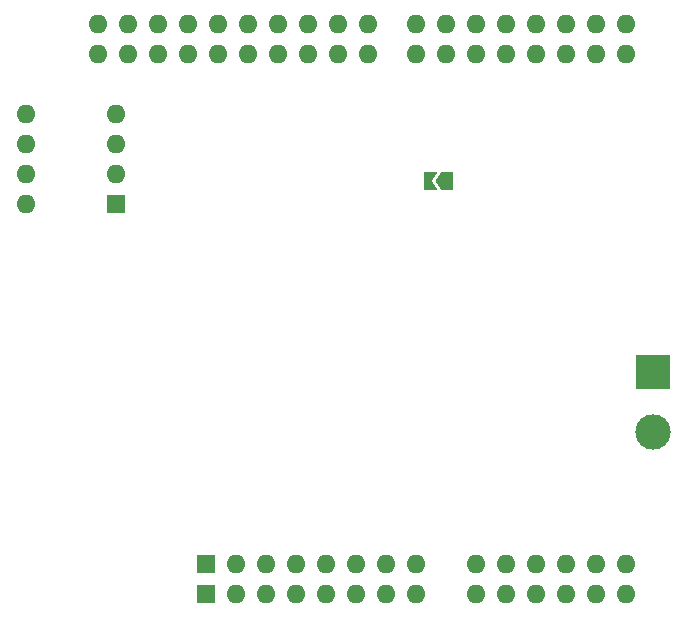
<source format=gbs>
G04 #@! TF.GenerationSoftware,KiCad,Pcbnew,7.99.0-3924-g53fd1aaf5e*
G04 #@! TF.CreationDate,2023-12-12T19:58:36+01:00*
G04 #@! TF.ProjectId,xDuinoRailShield,78447569-6e6f-4526-9169-6c536869656c,rev?*
G04 #@! TF.SameCoordinates,Original*
G04 #@! TF.FileFunction,Soldermask,Bot*
G04 #@! TF.FilePolarity,Negative*
%FSLAX46Y46*%
G04 Gerber Fmt 4.6, Leading zero omitted, Abs format (unit mm)*
G04 Created by KiCad (PCBNEW 7.99.0-3924-g53fd1aaf5e) date 2023-12-12 19:58:36*
%MOMM*%
%LPD*%
G01*
G04 APERTURE LIST*
G04 Aperture macros list*
%AMFreePoly0*
4,1,6,1.000000,0.000000,0.500000,-0.750000,-0.500000,-0.750000,-0.500000,0.750000,0.500000,0.750000,1.000000,0.000000,1.000000,0.000000,$1*%
%AMFreePoly1*
4,1,6,0.500000,-0.750000,-0.650000,-0.750000,-0.150000,0.000000,-0.650000,0.750000,0.500000,0.750000,0.500000,-0.750000,0.500000,-0.750000,$1*%
G04 Aperture macros list end*
%ADD10R,3.000000X3.000000*%
%ADD11C,3.000000*%
%ADD12R,1.600000X1.600000*%
%ADD13O,1.600000X1.600000*%
%ADD14FreePoly0,180.000000*%
%ADD15FreePoly1,180.000000*%
G04 APERTURE END LIST*
D10*
X163240800Y-73640000D03*
D11*
X163240800Y-78720000D03*
D12*
X125400000Y-89840000D03*
X125400000Y-92380000D03*
D13*
X127940000Y-89840000D03*
X127940000Y-92380000D03*
X130480000Y-89840000D03*
X130480000Y-92380000D03*
X133020000Y-89840000D03*
X133020000Y-92380000D03*
X135560000Y-89840000D03*
X135560000Y-92380000D03*
X138100000Y-89840000D03*
X138100000Y-92380000D03*
X140640000Y-89840000D03*
X140640000Y-92380000D03*
X143180000Y-89840000D03*
X143180000Y-92380000D03*
X148260000Y-89840000D03*
X148260000Y-92380000D03*
X150800000Y-89840000D03*
X150800000Y-92380000D03*
X153340000Y-89840000D03*
X153340000Y-92380000D03*
X155880000Y-89840000D03*
X155880000Y-92380000D03*
X158420000Y-89840000D03*
X158420000Y-92380000D03*
X160960000Y-89840000D03*
X160960000Y-92380000D03*
X160960000Y-44120000D03*
X160960000Y-46660000D03*
X158420000Y-44120000D03*
X158420000Y-46660000D03*
X155880000Y-44120000D03*
X155880000Y-46660000D03*
X153340000Y-44120000D03*
X153340000Y-46660000D03*
X150800000Y-44120000D03*
X150800000Y-46660000D03*
X148260000Y-44120000D03*
X148260000Y-46660000D03*
X145720000Y-44120000D03*
X145720000Y-46660000D03*
X143180000Y-44120000D03*
X143180000Y-46660000D03*
X139120000Y-44120000D03*
X139120000Y-46660000D03*
X136580000Y-44120000D03*
X136580000Y-46660000D03*
X134040000Y-44120000D03*
X134040000Y-46660000D03*
X131500000Y-44120000D03*
X131500000Y-46660000D03*
X128960000Y-44120000D03*
X128960000Y-46660000D03*
X126420000Y-44120000D03*
X126420000Y-46660000D03*
X123880000Y-44120000D03*
X123880000Y-46660000D03*
X121340000Y-44120000D03*
X121340000Y-46660000D03*
X118800000Y-44120000D03*
X118800000Y-46660000D03*
X116260000Y-44120000D03*
X116260000Y-46660000D03*
D12*
X117780000Y-59360000D03*
D13*
X117780000Y-56820000D03*
X117780000Y-54280000D03*
X117780000Y-51740000D03*
X110160000Y-51740000D03*
X110160000Y-54280000D03*
X110160000Y-56820000D03*
X110160000Y-59360000D03*
D14*
X145794900Y-57445000D03*
D15*
X144344900Y-57445000D03*
M02*

</source>
